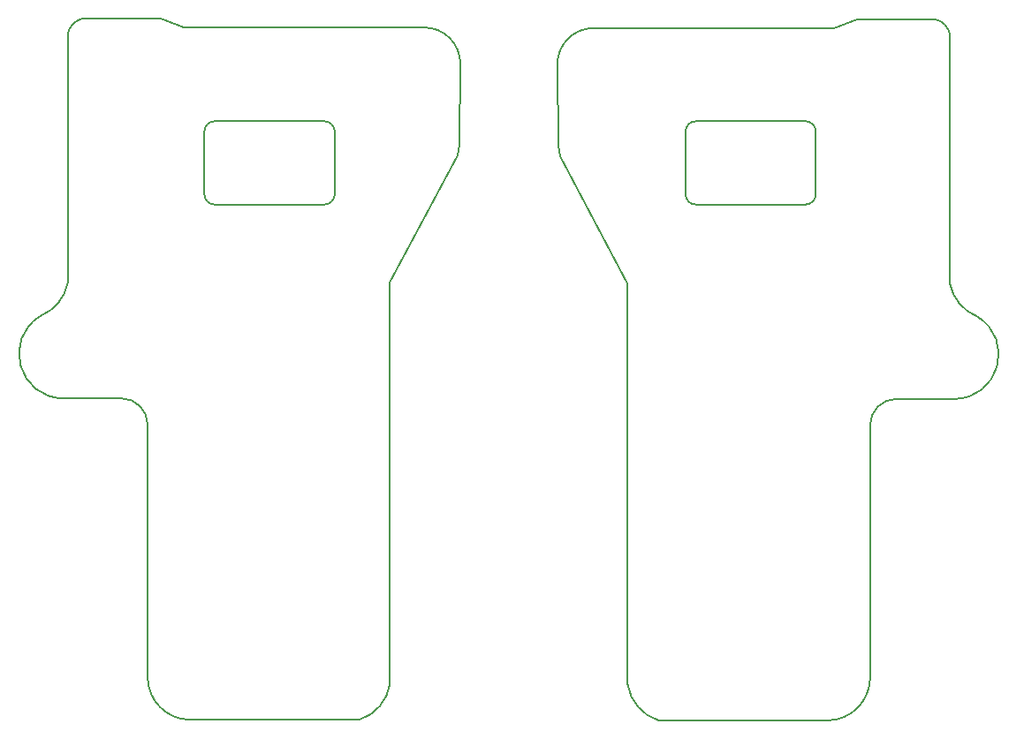
<source format=gbr>
%TF.GenerationSoftware,KiCad,Pcbnew,6.0.0-rc1-bf2b03b42f~115~ubuntu21.10.1*%
%TF.CreationDate,2021-12-06T18:49:25+01:00*%
%TF.ProjectId,adapter,61646170-7465-4722-9e6b-696361645f70,rev?*%
%TF.SameCoordinates,Original*%
%TF.FileFunction,Paste,Top*%
%TF.FilePolarity,Positive*%
%FSLAX46Y46*%
G04 Gerber Fmt 4.6, Leading zero omitted, Abs format (unit mm)*
G04 Created by KiCad (PCBNEW 6.0.0-rc1-bf2b03b42f~115~ubuntu21.10.1) date 2021-12-06 18:49:25*
%MOMM*%
%LPD*%
G01*
G04 APERTURE LIST*
%TA.AperFunction,Profile*%
%ADD10C,0.200000*%
%TD*%
G04 APERTURE END LIST*
D10*
X89461922Y-59811325D02*
G75*
G03*
X86921922Y-57271325I-2540001J-1D01*
G01*
X92942279Y-21706283D02*
X90698495Y-20866952D01*
X89461922Y-84095026D02*
X89461922Y-59811325D01*
X86003204Y-20857382D02*
X87481927Y-20860396D01*
X119423514Y-25217534D02*
G75*
G03*
X115950000Y-21706283I-3473514J37534D01*
G01*
X81808327Y-22327890D02*
X81815209Y-46202659D01*
X119166648Y-33968362D02*
G75*
G03*
X119339931Y-32952692I-2884873J1014804D01*
G01*
X83257287Y-20851784D02*
G75*
G03*
X81808327Y-22327890I360535J-1803115D01*
G01*
X112686922Y-84653915D02*
X112686922Y-46157609D01*
X90698495Y-20866952D02*
X87481927Y-20860396D01*
X93406921Y-88095026D02*
X109741923Y-88095026D01*
X81431985Y-57271325D02*
X86921922Y-57271325D01*
X115950000Y-21706283D02*
X92942279Y-21706283D01*
X79203530Y-49362023D02*
G75*
G03*
X81431985Y-57271325I2196419J-3649742D01*
G01*
X86003204Y-20857382D02*
X83257287Y-20851785D01*
X119423514Y-25217534D02*
X119339931Y-32952692D01*
X109741924Y-88095025D02*
G75*
G03*
X112686922Y-84653915I-1291601J4086148D01*
G01*
X89461922Y-84095026D02*
G75*
G03*
X93406921Y-88095026I4096522J94817D01*
G01*
X79203531Y-49362023D02*
G75*
G03*
X81815209Y-46202659I-1619292J3997732D01*
G01*
X112686922Y-46157609D02*
X119166648Y-33968362D01*
X164892713Y-20911785D02*
X162146796Y-20917382D01*
X135463077Y-84713915D02*
G75*
G03*
X138408076Y-88155026I4236600J645038D01*
G01*
X135463078Y-46217609D02*
X135463078Y-84713915D01*
X128983352Y-34028362D02*
X135463078Y-46217609D01*
X166718015Y-57331326D02*
G75*
G03*
X168946470Y-49422023I32038J4259560D01*
G01*
X161228078Y-57331325D02*
G75*
G03*
X158688078Y-59871325I1J-2540001D01*
G01*
X166341672Y-22387890D02*
G75*
G03*
X164892713Y-20911785I-1809494J-327009D01*
G01*
X157451505Y-20926952D02*
X155207721Y-21766283D01*
X132200000Y-21766282D02*
G75*
G03*
X128726486Y-25277534I2J-3473719D01*
G01*
X128810069Y-33012692D02*
X128726486Y-25277534D01*
X161228078Y-57331325D02*
X166718015Y-57331325D01*
X166334791Y-46262659D02*
G75*
G03*
X168946469Y-49422023I4230970J838368D01*
G01*
X138408077Y-88155026D02*
X154743079Y-88155026D01*
X158688078Y-59871325D02*
X158688078Y-84155026D01*
X160668073Y-20920396D02*
X157451505Y-20926952D01*
X166334791Y-46262659D02*
X166341673Y-22387890D01*
X160668073Y-20920396D02*
X162146796Y-20917382D01*
X155207721Y-21766283D02*
X132200000Y-21766283D01*
X154743079Y-88155026D02*
G75*
G03*
X158688078Y-84155026I-151523J4094817D01*
G01*
X128810069Y-33012692D02*
G75*
G03*
X128983352Y-34028362I3058156J-866D01*
G01*
X107392893Y-31700000D02*
G75*
G03*
X106392893Y-30700000I-999999J1D01*
G01*
X95900000Y-38692893D02*
X106392893Y-38692893D01*
X107392893Y-31700000D02*
X107392893Y-37692893D01*
X94900000Y-37692893D02*
G75*
G03*
X95900000Y-38692893I999999J-1D01*
G01*
X106392893Y-30700000D02*
X95900000Y-30700000D01*
X94900000Y-31700000D02*
X94900000Y-37692893D01*
X95900000Y-30700000D02*
G75*
G03*
X94900000Y-31700000I-1J-999999D01*
G01*
X106392893Y-38692893D02*
G75*
G03*
X107392893Y-37692893I1J999999D01*
G01*
X140997354Y-31700000D02*
X140997354Y-37692893D01*
X152490247Y-38692893D02*
G75*
G03*
X153490247Y-37692893I-1J1000001D01*
G01*
X153490247Y-31700000D02*
X153490247Y-37692893D01*
X140997354Y-37692893D02*
G75*
G03*
X141997354Y-38692893I1000001J1D01*
G01*
X153490247Y-31700000D02*
G75*
G03*
X152490247Y-30700000I-1000001J-1D01*
G01*
X141997354Y-38692893D02*
X152490247Y-38692893D01*
X141997354Y-30700000D02*
G75*
G03*
X140997354Y-31700000I1J-1000001D01*
G01*
X152490247Y-30700000D02*
X141997354Y-30700000D01*
M02*

</source>
